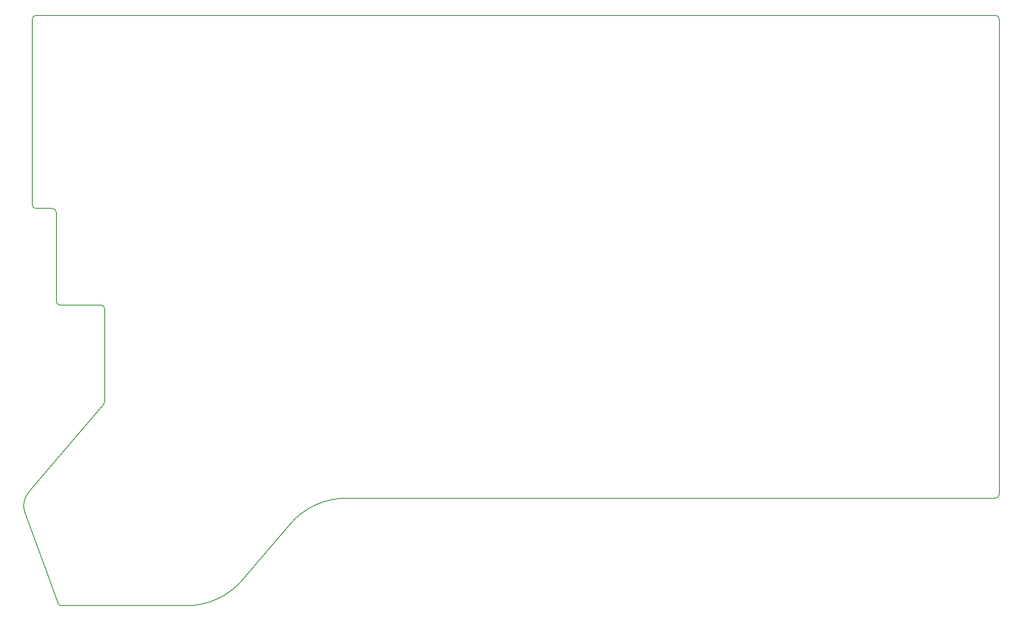
<source format=gm1>
G04 #@! TF.GenerationSoftware,KiCad,Pcbnew,(6.0.10-0)*
G04 #@! TF.CreationDate,2022-12-25T19:45:21-08:00*
G04 #@! TF.ProjectId,right,72696768-742e-46b6-9963-61645f706362,rev?*
G04 #@! TF.SameCoordinates,Original*
G04 #@! TF.FileFunction,Profile,NP*
%FSLAX46Y46*%
G04 Gerber Fmt 4.6, Leading zero omitted, Abs format (unit mm)*
G04 Created by KiCad (PCBNEW (6.0.10-0)) date 2022-12-25 19:45:21*
%MOMM*%
%LPD*%
G01*
G04 APERTURE LIST*
G04 #@! TA.AperFunction,Profile*
%ADD10C,0.200000*%
G04 #@! TD*
G04 APERTURE END LIST*
D10*
X215420000Y-24800000D02*
X26920000Y-24800000D01*
X26920000Y-24800000D02*
G75*
G03*
X26170000Y-25550000I0J-750000D01*
G01*
X216170000Y-25550000D02*
G75*
G03*
X215420000Y-24800000I-750000J0D01*
G01*
X56451000Y-140954100D02*
G75*
G03*
X67566876Y-135812676I0J14587100D01*
G01*
X26170000Y-62050000D02*
G75*
G03*
X26920000Y-62800000I750000J0D01*
G01*
X30920000Y-81050000D02*
X30920000Y-63550000D01*
X39670000Y-81800000D02*
X31670000Y-81800000D01*
X40420000Y-82550000D02*
G75*
G03*
X39670000Y-81800000I-750000J0D01*
G01*
X40241526Y-101285652D02*
G75*
G03*
X40420000Y-100800000I-571526J485652D01*
G01*
X40420000Y-100800000D02*
X40420000Y-82550000D01*
X25456984Y-118684761D02*
X40241526Y-101285652D01*
X31251231Y-140460515D02*
X24752914Y-122606457D01*
X30920000Y-81050000D02*
G75*
G03*
X31670000Y-81800000I750000J0D01*
G01*
X25456984Y-118684761D02*
G75*
G03*
X24752914Y-122606457I3020016J-2566239D01*
G01*
X31956000Y-140954000D02*
X56451000Y-140954000D01*
X30920000Y-63550000D02*
G75*
G03*
X30170000Y-62800000I-750000J0D01*
G01*
X216170000Y-25550000D02*
X216170000Y-119050000D01*
X31251231Y-140460515D02*
G75*
G03*
X31956000Y-140954000I704769J256515D01*
G01*
X26170000Y-25550000D02*
X26170000Y-62050000D01*
X215420000Y-119800000D02*
X87920000Y-119800000D01*
X67566876Y-135812676D02*
X76804108Y-124941344D01*
X215420000Y-119800000D02*
G75*
G03*
X216170000Y-119050000I0J750000D01*
G01*
X30170000Y-62800000D02*
X26920000Y-62800000D01*
X87920000Y-119799900D02*
G75*
G03*
X76804108Y-124941344I0J-14587100D01*
G01*
M02*

</source>
